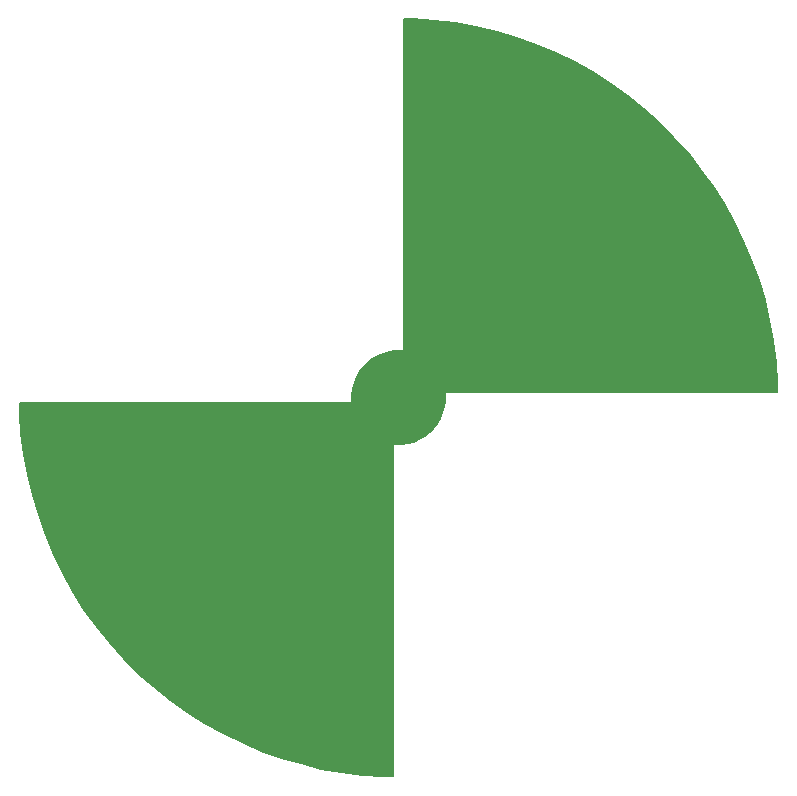
<source format=gbl>
%FSTAX23Y23*%
%MOIN*%
%SFA1B1*%

%IPPOS*%
%ADD12C,0.078740*%
%ADD13C,0.098430*%
%LNrotor-1*%
%LPD*%
G36*
X04024Y04224D02*
X04094Y04219D01*
X04164Y04211*
X04233Y04199*
X04301Y04182*
X04368Y04163*
X04434Y04139*
X04498Y04112*
X04561Y04081*
X04622Y04047*
X04681Y0401*
X04738Y03969*
X04793Y03925*
X04845Y03879*
X04894Y03829*
X04941Y03777*
X04984Y03723*
X05025Y03666*
X05062Y03607*
X05097Y03545*
X05127Y03483*
X05154Y03418*
X05178Y03352*
X05198Y03285*
X05214Y03217*
X05226Y03148*
X05235Y03079*
X05239Y03009*
X0524Y02978*
X05236Y02974*
X04131*
X04132Y0297*
Y0296*
Y02949*
X04129Y02929*
X04124Y02909*
X04116Y0289*
X04106Y02872*
X04093Y02855*
X04079Y02841*
X04062Y02828*
X04044Y02818*
X04025Y0281*
X04005Y02805*
X03985Y02802*
X03964*
X0396Y02803*
X03959Y01698*
X03956Y01695*
X03925Y01695*
X03855Y017*
X03785Y01708*
X03716Y0172*
X03648Y01737*
X03581Y01756*
X03516Y0178*
X03451Y01807*
X03388Y01838*
X03327Y01872*
X03268Y01909*
X03211Y0195*
X03156Y01994*
X03104Y0204*
X03055Y0209*
X03008Y02142*
X02965Y02196*
X02924Y02253*
X02887Y02312*
X02852Y02374*
X02822Y02436*
X02795Y02501*
X02771Y02567*
X02751Y02634*
X02735Y02702*
X02723Y02771*
X02714Y0284*
X0271Y0291*
X02709Y0294*
X02714Y02945*
X03818*
X03817Y02949*
Y0296*
Y0297*
X0382Y0299*
X03825Y0301*
X03833Y03029*
X03843Y03047*
X03856Y03064*
X0387Y03078*
X03887Y03091*
X03905Y03101*
X03924Y03109*
X03944Y03114*
X03964Y03117*
X03985*
X03989Y03116*
X0399Y04221*
X03993Y04224*
X04024Y04224*
G37*
G54D12*
X04055Y0296D03*
G54D13*
X03975Y0296D03*
M02*
</source>
